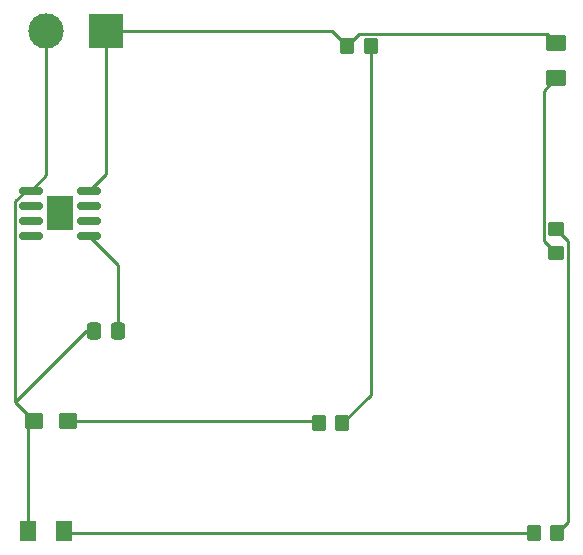
<source format=gbr>
%TF.GenerationSoftware,KiCad,Pcbnew,(6.0.11-0)*%
%TF.CreationDate,2023-03-02T14:01:40-08:00*%
%TF.ProjectId,KICAD Part Two,4b494341-4420-4506-9172-742054776f2e,rev?*%
%TF.SameCoordinates,Original*%
%TF.FileFunction,Copper,L1,Top*%
%TF.FilePolarity,Positive*%
%FSLAX46Y46*%
G04 Gerber Fmt 4.6, Leading zero omitted, Abs format (unit mm)*
G04 Created by KiCad (PCBNEW (6.0.11-0)) date 2023-03-02 14:01:40*
%MOMM*%
%LPD*%
G01*
G04 APERTURE LIST*
G04 Aperture macros list*
%AMRoundRect*
0 Rectangle with rounded corners*
0 $1 Rounding radius*
0 $2 $3 $4 $5 $6 $7 $8 $9 X,Y pos of 4 corners*
0 Add a 4 corners polygon primitive as box body*
4,1,4,$2,$3,$4,$5,$6,$7,$8,$9,$2,$3,0*
0 Add four circle primitives for the rounded corners*
1,1,$1+$1,$2,$3*
1,1,$1+$1,$4,$5*
1,1,$1+$1,$6,$7*
1,1,$1+$1,$8,$9*
0 Add four rect primitives between the rounded corners*
20,1,$1+$1,$2,$3,$4,$5,0*
20,1,$1+$1,$4,$5,$6,$7,0*
20,1,$1+$1,$6,$7,$8,$9,0*
20,1,$1+$1,$8,$9,$2,$3,0*%
G04 Aperture macros list end*
%TA.AperFunction,SMDPad,CuDef*%
%ADD10RoundRect,0.250000X0.337500X0.475000X-0.337500X0.475000X-0.337500X-0.475000X0.337500X-0.475000X0*%
%TD*%
%TA.AperFunction,SMDPad,CuDef*%
%ADD11RoundRect,0.250000X0.450000X-0.350000X0.450000X0.350000X-0.450000X0.350000X-0.450000X-0.350000X0*%
%TD*%
%TA.AperFunction,ComponentPad*%
%ADD12R,3.000000X3.000000*%
%TD*%
%TA.AperFunction,ComponentPad*%
%ADD13C,3.000000*%
%TD*%
%TA.AperFunction,SMDPad,CuDef*%
%ADD14RoundRect,0.250001X-0.462499X-0.624999X0.462499X-0.624999X0.462499X0.624999X-0.462499X0.624999X0*%
%TD*%
%TA.AperFunction,SMDPad,CuDef*%
%ADD15RoundRect,0.250000X0.350000X0.450000X-0.350000X0.450000X-0.350000X-0.450000X0.350000X-0.450000X0*%
%TD*%
%TA.AperFunction,SMDPad,CuDef*%
%ADD16RoundRect,0.250000X0.537500X0.425000X-0.537500X0.425000X-0.537500X-0.425000X0.537500X-0.425000X0*%
%TD*%
%TA.AperFunction,SMDPad,CuDef*%
%ADD17RoundRect,0.250000X-0.350000X-0.450000X0.350000X-0.450000X0.350000X0.450000X-0.350000X0.450000X0*%
%TD*%
%TA.AperFunction,SMDPad,CuDef*%
%ADD18RoundRect,0.150000X-0.825000X-0.150000X0.825000X-0.150000X0.825000X0.150000X-0.825000X0.150000X0*%
%TD*%
%TA.AperFunction,SMDPad,CuDef*%
%ADD19R,2.290000X3.000000*%
%TD*%
%TA.AperFunction,SMDPad,CuDef*%
%ADD20RoundRect,0.250001X0.624999X-0.462499X0.624999X0.462499X-0.624999X0.462499X-0.624999X-0.462499X0*%
%TD*%
%TA.AperFunction,Conductor*%
%ADD21C,0.250000*%
%TD*%
G04 APERTURE END LIST*
D10*
%TO.P,C2,1*%
%TO.N,Net-(C2-Pad1)*%
X191537500Y-109220000D03*
%TO.P,C2,2*%
%TO.N,GND*%
X189462500Y-109220000D03*
%TD*%
D11*
%TO.P,R3,1*%
%TO.N,Net-(R3-Pad1)*%
X228600000Y-102600000D03*
%TO.P,R3,2*%
%TO.N,Net-(R4-Pad1)*%
X228600000Y-100600000D03*
%TD*%
D12*
%TO.P,J1,1,Pin_1*%
%TO.N,+9V*%
X190500000Y-83820000D03*
D13*
%TO.P,J1,2,Pin_2*%
%TO.N,GND*%
X185420000Y-83820000D03*
%TD*%
D14*
%TO.P,D2,1,K*%
%TO.N,GND*%
X183932500Y-126200000D03*
%TO.P,D2,2,A*%
%TO.N,Net-(D2-Pad2)*%
X186907500Y-126200000D03*
%TD*%
D15*
%TO.P,R4,1*%
%TO.N,Net-(R4-Pad1)*%
X228725000Y-126335000D03*
%TO.P,R4,2*%
%TO.N,Net-(D2-Pad2)*%
X226725000Y-126335000D03*
%TD*%
D16*
%TO.P,C1,1*%
%TO.N,Net-(C1-Pad1)*%
X187317500Y-116830000D03*
%TO.P,C1,2*%
%TO.N,GND*%
X184442500Y-116830000D03*
%TD*%
D17*
%TO.P,R1,1*%
%TO.N,+9V*%
X210905872Y-85110000D03*
%TO.P,R1,2*%
%TO.N,Net-(R2-Pad1)*%
X212905872Y-85110000D03*
%TD*%
D18*
%TO.P,U1,1,GND*%
%TO.N,GND*%
X184130000Y-97340000D03*
%TO.P,U1,2,TR*%
%TO.N,unconnected-(U1-Pad2)*%
X184130000Y-98610000D03*
%TO.P,U1,3,Q*%
%TO.N,unconnected-(U1-Pad3)*%
X184130000Y-99880000D03*
%TO.P,U1,4,R*%
%TO.N,unconnected-(U1-Pad4)*%
X184130000Y-101150000D03*
%TO.P,U1,5,CV*%
%TO.N,Net-(C2-Pad1)*%
X189080000Y-101150000D03*
%TO.P,U1,6,THR*%
%TO.N,unconnected-(U1-Pad6)*%
X189080000Y-99880000D03*
%TO.P,U1,7,DIS*%
%TO.N,unconnected-(U1-Pad7)*%
X189080000Y-98610000D03*
%TO.P,U1,8,VCC*%
%TO.N,+9V*%
X189080000Y-97340000D03*
D19*
%TO.P,U1,9*%
%TO.N,N/C*%
X186605000Y-99245000D03*
%TD*%
D20*
%TO.P,D1,1,K*%
%TO.N,Net-(R3-Pad1)*%
X228600000Y-87847500D03*
%TO.P,D1,2,A*%
%TO.N,+9V*%
X228600000Y-84872500D03*
%TD*%
D15*
%TO.P,R2,1*%
%TO.N,Net-(R2-Pad1)*%
X210510000Y-117020000D03*
%TO.P,R2,2*%
%TO.N,Net-(C1-Pad1)*%
X208510000Y-117020000D03*
%TD*%
D21*
%TO.N,+9V*%
X190500000Y-83820000D02*
X209615872Y-83820000D01*
X209615872Y-83820000D02*
X210905872Y-85110000D01*
%TO.N,GND*%
X182830000Y-115217500D02*
X188827500Y-109220000D01*
X188827500Y-109220000D02*
X189462500Y-109220000D01*
%TO.N,Net-(C2-Pad1)*%
X189080000Y-101150000D02*
X191537500Y-103607500D01*
X191537500Y-103607500D02*
X191537500Y-109220000D01*
%TO.N,+9V*%
X190500000Y-83820000D02*
X190500000Y-95920000D01*
X190500000Y-95920000D02*
X189080000Y-97340000D01*
%TO.N,GND*%
X185420000Y-83820000D02*
X185420000Y-96050000D01*
X185420000Y-96050000D02*
X184130000Y-97340000D01*
X184442500Y-116830000D02*
X182830000Y-115217500D01*
X182830000Y-115217500D02*
X182830000Y-98263249D01*
X183753249Y-97340000D02*
X184130000Y-97340000D01*
X182830000Y-98263249D02*
X183753249Y-97340000D01*
X183932500Y-126200000D02*
X183932500Y-117340000D01*
X183932500Y-117340000D02*
X184442500Y-116830000D01*
%TO.N,Net-(C1-Pad1)*%
X187317500Y-116830000D02*
X208320000Y-116830000D01*
X208320000Y-116830000D02*
X208510000Y-117020000D01*
%TO.N,Net-(R2-Pad1)*%
X212905872Y-85110000D02*
X212905872Y-114624128D01*
X212905872Y-114624128D02*
X210510000Y-117020000D01*
%TO.N,+9V*%
X228600000Y-84872500D02*
X227812500Y-84085000D01*
X227812500Y-84085000D02*
X211930872Y-84085000D01*
X211930872Y-84085000D02*
X210905872Y-85110000D01*
%TO.N,Net-(R3-Pad1)*%
X228600000Y-102600000D02*
X227575000Y-101575000D01*
X227575000Y-101575000D02*
X227575000Y-88872500D01*
X227575000Y-88872500D02*
X228600000Y-87847500D01*
%TO.N,Net-(R4-Pad1)*%
X228725000Y-126335000D02*
X229625000Y-125435000D01*
X229625000Y-125435000D02*
X229625000Y-101625000D01*
X229625000Y-101625000D02*
X228600000Y-100600000D01*
%TO.N,Net-(D2-Pad2)*%
X186907500Y-126200000D02*
X187042500Y-126335000D01*
X187042500Y-126335000D02*
X226725000Y-126335000D01*
%TD*%
M02*

</source>
